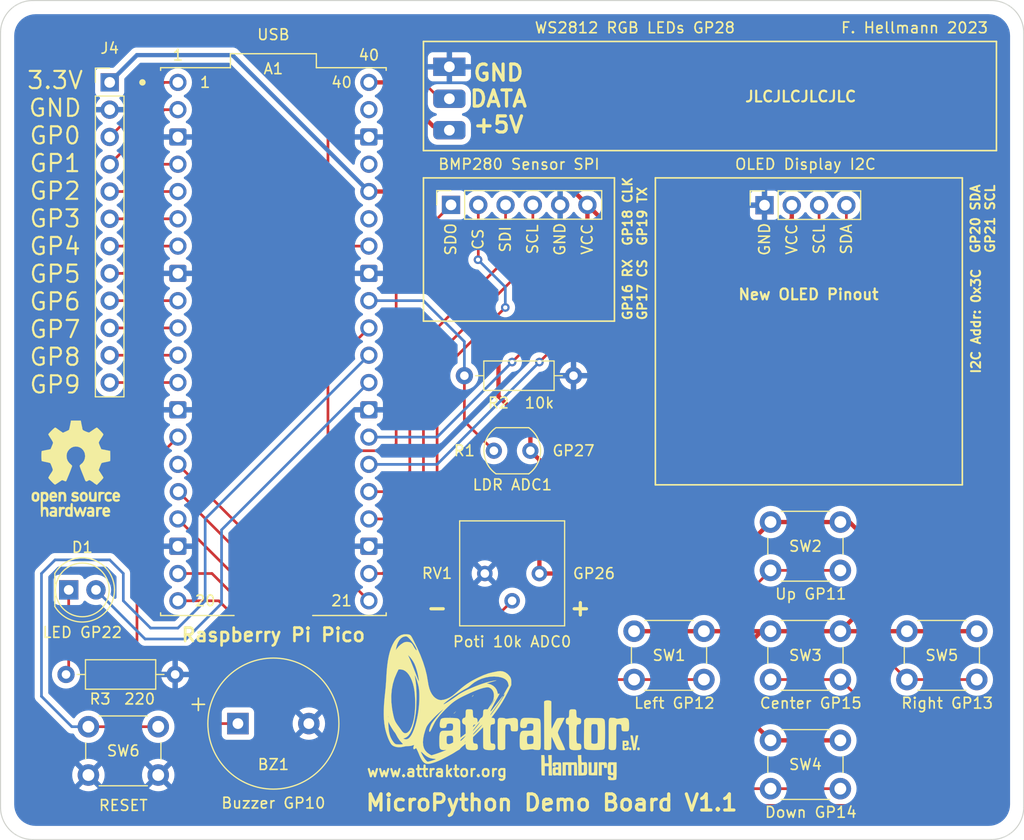
<source format=kicad_pcb>
(kicad_pcb (version 20221018) (generator pcbnew)
  (layers (0 "F.Cu" signal) (31 "B.Cu" signal) (34 "B.Paste" user) (35 "F.Paste" user) (36 "B.SilkS" user "B.Silkscreen") (37 "F.SilkS" user "F.Silkscreen") (38 "B.Mask" user) (39 "F.Mask" user) (44 "Edge.Cuts" user))
  (net 0 "")
  (net 1 "Net-(A1-GP0)")
  (net 2 "Net-(A1-GP1)")
  (net 3 "GND")
  (net 4 "Net-(A1-GP2)")
  (net 5 "Net-(A1-GP3)")
  (net 6 "Net-(A1-GP4)")
  (net 7 "Net-(A1-GP5)")
  (net 8 "Net-(A1-GP6)")
  (net 9 "Net-(A1-GP7)")
  (net 10 "Net-(A1-GP8)")
  (net 11 "Net-(A1-GP9)")
  (net 12 "Net-(A1-GP10)")
  (net 13 "/Up")
  (net 14 "/Left")
  (net 15 "/Right")
  (net 16 "/Down")
  (net 17 "/Center")
  (net 18 "/SPI RX")
  (net 19 "/SPI CLK")
  (net 20 "/SPI TX")
  (net 21 "/I2C SDA")
  (net 22 "/SPI CS")
  (net 23 "/I2C SCL")
  (net 24 "Net-(A1-GP22)")
  (net 25 "Net-(A1-RUN)")
  (net 26 "Net-(A1-GP26)")
  (net 27 "Net-(A1-GP27)")
  (net 28 "Net-(A1-GP28)")
  (net 29 "+3.3V")
  (net 30 "+5V")
  (net 34 "Net-(D1-K)")
  (footprint "Logos:attraktor" (layer "F.Cu") (at 122.555 140.97)
    (fp_text reference "G***" hide)
    (fp_text value "LOGO" hide)
  )
  (footprint "Button_Switch_THT:SW_PUSH_6mm_H7.3mm" (layer "F.Cu") (at 146.61 133.64)
    (fp_text reference "SW3")
    (fp_text value "Center GP15" (at 3.75 6.7) (layer "F.SilkS"))
    (fp_text user "${REFERENCE}" (at 3.25 2.25) (layer "F.SilkS"))
    (pad "1" thru_hole circle (at 0 0 90) (size 2 2) (drill 1.1) (layers "*.Cu" "*.Mask") (net 29 "+3.3V"))
    (pad "1" thru_hole circle (at 6.5 0 90) (size 2 2) (drill 1.1) (layers "*.Cu" "*.Mask") (net 29 "+3.3V"))
    (pad "2" thru_hole circle (at 0 4.5 90) (size 2 2) (drill 1.1) (layers "*.Cu" "*.Mask") (net 17 "/Center"))
    (pad "2" thru_hole circle (at 6.5 4.5 90) (size 2 2) (drill 1.1) (layers "*.Cu" "*.Mask") (net 17 "/Center"))
  )
  (footprint "Connector_PinSocket_2.54mm:PinSocket_1x04_P2.54mm_Vertical" (layer "F.Cu") (at 146.05 93.98 90)
    (fp_text reference "J3" hide)
    (fp_text value "OLED Display I2C" (at 3.81 3.81 180) (layer "F.SilkS"))
    (pad "1" thru_hole rect (at 0 0 90) (size 1.7 1.7) (drill 1) (layers "*.Cu" "*.Mask") (net 3 "GND"))
    (pad "2" thru_hole oval (at 0 2.54 90) (size 1.7 1.7) (drill 1) (layers "*.Cu" "*.Mask") (net 29 "+3.3V"))
    (pad "3" thru_hole oval (at 0 5.08 90) (size 1.7 1.7) (drill 1) (layers "*.Cu" "*.Mask") (net 23 "/I2C SCL"))
    (pad "4" thru_hole oval (at 0 7.62 90) (size 1.7 1.7) (drill 1) (layers "*.Cu" "*.Mask") (net 21 "/I2C SDA"))
  )
  (footprint "Button_Switch_THT:SW_PUSH_6mm_H7.3mm" (layer "F.Cu") (at 89.61 147.03 180)
    (fp_text reference "SW6")
    (fp_text value "RESET" (at 3.25 -2.83 180) (layer "F.SilkS"))
    (fp_text user "${REFERENCE}" (at 3.25 2.25) (layer "F.SilkS"))
    (pad "1" thru_hole circle (at 0 0 270) (size 2 2) (drill 1.1) (layers "*.Cu" "*.Mask") (net 3 "GND"))
    (pad "1" thru_hole circle (at 6.5 0 270) (size 2 2) (drill 1.1) (layers "*.Cu" "*.Mask") (net 3 "GND"))
    (pad "2" thru_hole circle (at 0 4.5 270) (size 2 2) (drill 1.1) (layers "*.Cu" "*.Mask") (net 25 "Net-(A1-RUN)"))
    (pad "2" thru_hole circle (at 6.5 4.5 270) (size 2 2) (drill 1.1) (layers "*.Cu" "*.Mask") (net 25 "Net-(A1-RUN)"))
  )
  (footprint "Button_Switch_THT:SW_PUSH_6mm_H7.3mm" (layer "F.Cu") (at 133.91 133.64)
    (fp_text reference "SW1")
    (fp_text value "Left GP12" (at 3.75 6.7) (layer "F.SilkS"))
    (fp_text user "${REFERENCE}" (at 3.25 2.25) (layer "F.SilkS"))
    (pad "1" thru_hole circle (at 0 0 90) (size 2 2) (drill 1.1) (layers "*.Cu" "*.Mask") (net 29 "+3.3V"))
    (pad "1" thru_hole circle (at 6.5 0 90) (size 2 2) (drill 1.1) (layers "*.Cu" "*.Mask") (net 29 "+3.3V"))
    (pad "2" thru_hole circle (at 0 4.5 90) (size 2 2) (drill 1.1) (layers "*.Cu" "*.Mask") (net 14 "/Left"))
    (pad "2" thru_hole circle (at 6.5 4.5 90) (size 2 2) (drill 1.1) (layers "*.Cu" "*.Mask") (net 14 "/Left"))
  )
  (footprint "Potentiometer_THT:Potentiometer_Bourns_3386P_Vertical" (layer "F.Cu") (at 120.015 128.27 -90)
    (fp_text reference "RV1" (at -0.015 4.445) (layer "F.SilkS"))
    (fp_text value "Poti 10k ADC0" (at 6.35 -2.54) (layer "F.SilkS"))
    (pad "1" thru_hole circle (at 0 0 270) (size 1.44 1.44) (drill 0.8) (layers "*.Cu" "*.Mask") (net 3 "GND"))
    (pad "2" thru_hole circle (at 2.54 -2.54 270) (size 1.44 1.44) (drill 0.8) (layers "*.Cu" "*.Mask") (net 26 "Net-(A1-GP26)"))
    (pad "3" thru_hole circle (at 0 -5.08 270) (size 1.44 1.44) (drill 0.8) (layers "*.Cu" "*.Mask") (net 29 "+3.3V"))
  )
  (footprint "Resistor_THT:R_Axial_DIN0207_L6.3mm_D2.5mm_P10.16mm_Horizontal" (layer "F.Cu") (at 118.11 109.855)
    (fp_text reference "R2" (at 3.175 2.54) (layer "F.SilkS"))
    (fp_text value "10k" (at 6.985 2.54) (layer "F.SilkS"))
    (pad "1" thru_hole circle (at 0 0) (size 1.6 1.6) (drill 0.8) (layers "*.Cu" "*.Mask") (net 27 "Net-(A1-GP27)"))
    (pad "2" thru_hole oval (at 10.16 0) (size 1.6 1.6) (drill 0.8) (layers "*.Cu" "*.Mask") (net 3 "GND"))
  )
  (footprint "OptoDevice:R_LDR_5.1x4.3mm_P3.4mm_Vertical" (layer "F.Cu") (at 124.255 116.84 180)
    (fp_text reference "R1" (at 6.145 0) (layer "F.SilkS"))
    (fp_text value "LDR ADC1" (at 1.675 -3.175) (layer "F.SilkS"))
    (pad "1" thru_hole circle (at 0 0 180) (size 1.5 1.5) (drill 0.8) (layers "*.Cu" "*.Mask") (net 29 "+3.3V"))
    (pad "2" thru_hole circle (at 3.4 0 180) (size 1.5 1.5) (drill 0.8) (layers "*.Cu" "*.Mask") (net 27 "Net-(A1-GP27)"))
  )
  (footprint "Button_Switch_THT:SW_PUSH_6mm_H7.3mm" (layer "F.Cu") (at 159.31 133.64)
    (fp_text reference "SW5")
    (fp_text value "Right GP13" (at 3.75 6.7) (layer "F.SilkS"))
    (fp_text user "${REFERENCE}" (at 3.25 2.25) (layer "F.SilkS"))
    (pad "1" thru_hole circle (at 0 0 90) (size 2 2) (drill 1.1) (layers "*.Cu" "*.Mask") (net 29 "+3.3V"))
    (pad "1" thru_hole circle (at 6.5 0 90) (size 2 2) (drill 1.1) (layers "*.Cu" "*.Mask") (net 29 "+3.3V"))
    (pad "2" thru_hole circle (at 0 4.5 90) (size 2 2) (drill 1.1) (layers "*.Cu" "*.Mask") (net 15 "/Right"))
    (pad "2" thru_hole circle (at 6.5 4.5 90) (size 2 2) (drill 1.1) (layers "*.Cu" "*.Mask") (net 15 "/Right"))
  )
  (footprint "Buzzer_Beeper:Buzzer_12x9.5RM7.6" (layer "F.Cu") (at 96.53 142.24)
    (fp_text reference "BZ1" (at 3.8 3.81 180) (layer "F.SilkS"))
    (fp_text value "Buzzer GP10" (at 3.8 7.4) (layer "F.SilkS"))
    (fp_text user "+" (at -3.185 -1.905) (layer "F.SilkS") (effects (font (size 1.5 1.5))))
    (pad "1" thru_hole rect (at 0.5 0) (size 2 2) (drill 1) (layers "*.Cu" "*.Mask") (net 12 "Net-(A1-GP10)"))
    (pad "2" thru_hole circle (at 7.1 0) (size 2 2) (drill 1) (layers "*.Cu" "*.Mask") (net 3 "GND"))
  )
  (footprint "LED_THT:LED_D5.0mm" (layer "F.Cu") (at 81.275 129.794)
    (fp_text reference "D1" (at 1.27 -3.96) (layer "F.SilkS"))
    (fp_text value "LED GP22" (at 1.27 3.96) (layer "F.SilkS"))
    (pad "1" thru_hole rect (at 0 0) (size 1.8 1.8) (drill 0.9) (layers "*.Cu" "*.Mask") (net 34 "Net-(D1-K)"))
    (pad "2" thru_hole circle (at 2.54 0) (size 1.8 1.8) (drill 0.9) (layers "*.Cu" "*.Mask") (net 24 "Net-(A1-GP22)"))
  )
  (footprint "Button_Switch_THT:SW_PUSH_6mm_H7.3mm" (layer "F.Cu") (at 146.61 143.8)
    (fp_text reference "SW4")
    (fp_text value "Down GP14" (at 3.75 6.7) (layer "F.SilkS"))
    (fp_text user "${REFERENCE}" (at 3.25 2.25) (layer "F.SilkS"))
    (pad "1" thru_hole circle (at 0 0 90) (size 2 2) (drill 1.1) (layers "*.Cu" "*.Mask") (net 29 "+3.3V"))
    (pad "1" thru_hole circle (at 6.5 0 90) (size 2 2) (drill 1.1) (layers "*.Cu" "*.Mask") (net 29 "+3.3V"))
    (pad "2" thru_hole circle (at 0 4.5 90) (size 2 2) (drill 1.1) (layers "*.Cu" "*.Mask") (net 16 "/Down"))
    (pad "2" thru_hole circle (at 6.5 4.5 90) (size 2 2) (drill 1.1) (layers "*.Cu" "*.Mask") (net 16 "/Down"))
  )
  (footprint "Connector_PinSocket_2.54mm:PinSocket_1x06_P2.54mm_Vertical" (layer "F.Cu") (at 116.865 93.955 90)
    (fp_text reference "J2")
    (fp_text value "BMP280 Sensor SPI" (at 3.785 6.325 180) (layer "F.SilkS"))
    (pad "1" thru_hole rect (at 0 0 90) (size 1.7 1.7) (drill 1) (layers "*.Cu" "*.Mask") (net 18 "/SPI RX"))
    (pad "2" thru_hole oval (at 0 2.54 90) (size 1.7 1.7) (drill 1) (layers "*.Cu" "*.Mask") (net 22 "/SPI CS"))
    (pad "3" thru_hole oval (at 0 5.08 90) (size 1.7 1.7) (drill 1) (layers "*.Cu" "*.Mask") (net 20 "/SPI TX"))
    (pad "4" thru_hole oval (at 0 7.62 90) (size 1.7 1.7) (drill 1) (layers "*.Cu" "*.Mask") (net 19 "/SPI CLK"))
    (pad "5" thru_hole oval (at 0 10.16 90) (size 1.7 1.7) (drill 1) (layers "*.Cu" "*.Mask") (net 3 "GND"))
    (pad "6" thru_hole oval (at 0 12.7 90) (size 1.7 1.7) (drill 1) (layers "*.Cu" "*.Mask") (net 29 "+3.3V"))
  )
  (footprint "Connector_PinHeader_2.54mm:PinHeader_1x12_P2.54mm_Vertical" (layer "F.Cu") (at 85.09 82.55)
    (fp_text reference "J4" (at 0 -3.175) (layer "F.SilkS"))
    (fp_text value "Erweiterung" hide)
    (pad "1" thru_hole rect (at 0 0) (size 1.7 1.7) (drill 1) (layers "*.Cu" "*.Mask") (net 29 "+3.3V"))
    (pad "2" thru_hole oval (at 0 2.54) (size 1.7 1.7) (drill 1) (layers "*.Cu" "*.Mask") (net 3 "GND"))
    (pad "3" thru_hole oval (at 0 5.08) (size 1.7 1.7) (drill 1) (layers "*.Cu" "*.Mask") (net 1 "Net-(A1-GP0)"))
    (pad "4" thru_hole oval (at 0 7.62) (size 1.7 1.7) (drill 1) (layers "*.Cu" "*.Mask") (net 2 "Net-(A1-GP1)"))
    (pad "5" thru_hole oval (at 0 10.16) (size 1.7 1.7) (drill 1) (layers "*.Cu" "*.Mask") (net 4 "Net-(A1-GP2)"))
    (pad "6" thru_hole oval (at 0 12.7) (size 1.7 1.7) (drill 1) (layers "*.Cu" "*.Mask") (net 5 "Net-(A1-GP3)"))
    (pad "7" thru_hole oval (at 0 15.24) (size 1.7 1.7) (drill 1) (layers "*.Cu" "*.Mask") (net 6 "Net-(A1-GP4)"))
    (pad "8" thru_hole oval (at 0 17.78) (size 1.7 1.7) (drill 1) (layers "*.Cu" "*.Mask") (net 7 "Net-(A1-GP5)"))
    (pad "9" thru_hole oval (at 0 20.32) (size 1.7 1.7) (drill 1) (layers "*.Cu" "*.Mask") (net 8 "Net-(A1-GP6)"))
    (pad "10" thru_hole oval (at 0 22.86) (size 1.7 1.7) (drill 1) (layers "*.Cu" "*.Mask") (net 9 "Net-(A1-GP7)"))
    (pad "11" thru_hole oval (at 0 25.4) (size 1.7 1.7) (drill 1) (layers "*.Cu" "*.Mask") (net 10 "Net-(A1-GP8)"))
    (pad "12" thru_hole oval (at 0 27.94) (size 1.7 1.7) (drill 1) (layers "*.Cu" "*.Mask") (net 11 "Net-(A1-GP9)"))
  )
  (footprint "footprints:Raspberry_Pi_Pico_W_SC0918" (layer "F.Cu") (at 100.33 106.68)
    (fp_text reference "A1" (at 0 -25.4) (layer "F.SilkS"))
    (fp_text value "Raspberry Pi Pico" (at 0 27.305) (layer "F.SilkS") (effects (font (size 1.25 1.25) (thickness 0.25))))
    (pad "1" thru_hole circle (at -8.89 -24.13) (size 1.6 1.6) (drill 1) (layers "*.Cu" "*.Mask") (net 1 "Net-(A1-GP0)"))
    (pad "2" thru_hole circle (at -8.89 -21.59) (size 1.6 1.6) (drill 1) (layers "*.Cu" "*.Mask") (net 2 "Net-(A1-GP1)"))
    (pad "3" thru_hole roundrect (at -8.89 -19.05) (size 1.6 1.6) (drill 1) (layers "*.Cu" "*.Mask") (roundrect_rratio 0.125) (net 3 "GND"))
    (pad "4" thru_hole circle (at -8.89 -16.51) (size 1.6 1.6) (drill 1) (layers "*.Cu" "*.Mask") (net 4 "Net-(A1-GP2)"))
    (pad "5" thru_hole circle (at -8.89 -13.97) (size 1.6 1.6) (drill 1) (layers "*.Cu" "*.Mask") (net 5 "Net-(A1-GP3)"))
    (pad "6" thru_hole circle (at -8.89 -11.43) (size 1.6 1.6) (drill 1) (layers "*.Cu" "*.Mask") (net 6 "Net-(A1-GP4)"))
    (pad "7" thru_hole circle (at -8.89 -8.89) (size 1.6 1.6) (drill 1) (layers "*.Cu" "*.Mask") (net 7 "Net-(A1-GP5)"))
    (pad "8" thru_hole roundrect (at -8.89 -6.35) (size 1.6 1.6) (drill 1) (layers "*.Cu" "*.Mask") (roundrect_rratio 0.125) (net 3 "GND"))
    (pad "9" thru_hole circle (at -8.89 -3.81) (size 1.6 1.6) (drill 1) (layers "*.Cu" "*.Mask") (net 8 "Net-(A1-GP6)"))
    (pad "10" thru_hole circle (at -8.89 -1.27) (size 1.6 1.6) (drill 1) (layers "*.Cu" "*.Mask") (net 9 "Net-(A1-GP7)"))
    (pad "11" thru_hole circle (at -8.89 1.27) (size 1.6 1.6) (drill 1) (layers "*.Cu" "*.Mask") (net 10 "Net-(A1-GP8)"))
    (pad "12" thru_hole circle (at -8.89 3.81) (size 1.6 1.6) (drill 1) (layers "*.Cu" "*.Mask") (net 11 "Net-(A1-GP9)"))
    (pad "13" thru_hole roundrect (at -8.89 6.35) (size 1.6 1.6) (drill 1) (layers "*.Cu" "*.Mask") (roundrect_rratio 0.125) (net 3 "GND"))
    (pad "14" thru_hole circle (at -8.89 8.89) (size 1.6 1.6) (drill 1) (layers "*.Cu" "*.Mask") (net 12 "Net-(A1-GP10)"))
    (pad "15" thru_hole circle (at -8.89 11.43) (size 1.6 1.6) (drill 1) (layers "*.Cu" "*.Mask") (net 13 "/Up"))
    (pad "16" thru_hole circle (at -8.848119 13.97) (size 1.6 1.6) (drill 1) (layers "*.Cu" "*.Mask") (net 14 "/Left"))
    (pad "17" thru_hole circle (at -8.89 16.51) (size 1.6 1.6) (drill 1) (layers "*.Cu" "*.Mask") (net 15 "/Right"))
    (pad "18" thru_hole roundrect (at -8.89 19.05) (size 1.6 1.6) (drill 1) (layers "*.Cu" "*.Mask") (roundrect_rratio 0.125) (net 3 "GND"))
    (pad "19" thru_hole circle (at -8.89 21.59) (size 1.6 1.6) (drill 1) (layers "*.Cu" "*.Mask") (net 16 "/Down"))
    (pad "20" thru_hole circle (at -8.89 24.13) (size 1.6 1.6) (drill 1) (layers "*.Cu" "*.Mask") (net 17 "/Center"))
    (pad "21" thru_hole circle (at 8.89 24.13) (size 1.6 1.6) (drill 1) (layers "*.Cu" "*.Mask") (net 18 "/SPI RX"))
    (pad "22" thru_hole circle (at 8.89 21.59) (size 1.6 1.6) (drill 1) (layers "*.Cu" "*.Mask") (net 22 "/SPI CS"))
    (pad "23" thru_hole roundrect (at 8.89 19.05) (size 1.6 1.6) (drill 1) (layers "*.Cu" "*.Mask") (roundrect_rratio 0.125) (net 3 "GND"))
    (pad "24" thru_hole circle (at 8.89 16.51) (size 1.6 1.6) (drill 1) (layers "*.Cu" "*.Mask") (net 19 "/SPI CLK"))
    (pad "25" thru_hole circle (at 8.89 13.97) (size 1.6 1.6) (drill 1) (layers "*.Cu" "*.Mask") (net 20 "/SPI TX"))
    (pad "26" thru_hole circle (at 8.89 11.43) (size 1.6 1.6) (drill 1) (layers "*.Cu" "*.Mask") (net 21 "/I2C SDA"))
    (pad "27" thru_hole circle (at 8.89 8.89) (size 1.6 1.6) (drill 1) (layers "*.Cu" "*.Mask") (net 23 "/I2C SCL"))
    (pad "28" thru_hole roundrect (at 8.89 6.35) (size 1.6 1.6) (drill 1) (layers "*.Cu" "*.Mask") (roundrect_rratio 0.125) (net 3 "GND"))
    (pad "29" thru_hole circle (at 8.89 3.81) (size 1.6 1.6) (drill 1) (layers "*.Cu" "*.Mask") (net 24 "Net-(A1-GP22)"))
    (pad "30" thru_hole circle (at 8.89 1.27) (size 1.6 1.6) (drill 1) (layers "*.Cu" "*.Mask") (net 25 "Net-(A1-RUN)"))
    (pad "31" thru_hole circle (at 8.89 -1.27) (size 1.6 1.6) (drill 1) (layers "*.Cu" "*.Mask") (net 26 "Net-(A1-GP26)"))
    (pad "32" thru_hole circle (at 8.89 -3.81) (size 1.6 1.6) (drill 1) (layers "*.Cu" "*.Mask") (net 27 "Net-(A1-GP27)"))
    (pad "33" thru_hole roundrect (at 8.89 -6.35) (size 1.6 1.6) (drill 1) (layers "*.Cu" "*.Mask") (roundrect_rratio 0.125) (net 3 "GND"))
    (pad "34" thru_hole circle (at 8.89 -8.89) (size 1.6 1.6) (drill 1) (layers "*.Cu" "*.Mask") (net 28 "Net-(A1-GP28)"))
    (pad "35" thru_hole circle (at 8.89 -11.43) (size 1.6 1.6) (drill 1) (layers "*.Cu" "*.Mask"))
    (pad "36" thru_hole circle (at 8.89 -13.97) (size 1.6 1.6) (drill 1) (layers "*.Cu" "*.Mask") (net 29 "+3.3V"))
    (pad "37" thru_hole circle (at 8.89 -16.51) (size 1.6 1.6) (drill 1) (layers "*.Cu" "*.Mask"))
    (pad "38" thru_hole roundrect (at 8.89 -19.05) (size 1.6 1.6) (drill 1) (layers "*.Cu" "*.Mask") (roundrect_rratio 0.125) (net 3 "GND"))
    (pad "39" thru_hole circle (at 8.89 -21.59) (size 1.6 1.6) (drill 1) (layers "*.Cu" "*.Mask"))
    (pad "40" thru_hole circle (at 8.89 -24.13) (size 1.6 1.6) (drill 1) (layers "*.Cu" "*.Mask") (net 30 "+5V"))
  )
  (footprint "Connector_PinHeader_2.54mm:PinHeader_1x03_P2.54mm_Vertical" (layer "F.Cu") (at 116.713 81.534)
    (fp_text reference "J1")
    (fp_text value "WS2812 RGB LEDs GP28" (at 17.272 -4.064) (layer "F.SilkS"))
    (pad "1" thru_hole rect (at 0 -0.434) (size 3 1.7) (drill 1) (layers "*.Cu" "*.Mask") (net 3 "GND"))
    (pad "2" thru_hole roundrect (at 0 2.54) (size 3 1.7) (drill 1) (layers "*.Cu" "*.Mask") (net 28 "Net-(A1-GP28)"))
    (pad "3" thru_hole roundrect (at 0 5.466) (size 3 1.7) (drill 1) (layers "*.Cu" "*.Mask") (net 30 "+5V"))
  )
  (footprint "Resistor_THT:R_Axial_DIN0207_L6.3mm_D2.5mm_P10.16mm_Horizontal" (layer "F.Cu") (at 81.026 137.668)
    (fp_text reference "R3" (at 3.175 2.286) (layer "F.SilkS"))
    (fp_text value "220" (at 6.858 2.286) (layer "F.SilkS"))
    (pad "1" thru_hole circle (at 0 0) (size 1.6 1.6) (drill 0.8) (layers "*.Cu" "*.Mask") (net 34 "Net-(D1-K)"))
    (pad "2" thru_hole oval (at 10.16 0) (size 1.6 1.6) (drill 0.8) (layers "*.Cu" "*.Mask") (net 3 "GND"))
  )
  (footprint "Button_Switch_THT:SW_PUSH_6mm_H7.3mm" (layer "F.Cu") (at 146.61 123.48)
    (fp_text reference "SW2")
    (fp_text value "Up GP11" (at 3.75 6.7) (layer "F.SilkS"))
    (fp_text user "${REFERENCE}" (at 3.25 2.25) (layer "F.SilkS"))
    (pad "1" thru_hole circle (at 0 0 90) (size 2 2) (drill 1.1) (layers "*.Cu" "*.Mask") (net 29 "+3.3V"))
    (pad "1" thru_hole circle (at 6.5 0 90) (size 2 2) (drill 1.1) (layers "*.Cu" "*.Mask") (net 29 "+3.3V"))
    (pad "2" thru_hole circle (at 0 4.5 90) (size 2 2) (drill 1.1) (layers "*.Cu" "*.Mask") (net 13 "/Up"))
    (pad "2" thru_hole circle (at 6.5 4.5 90) (size 2 2) (drill 1.1) (layers "*.Cu" "*.Mask") (net 13 "/Up"))
  )
  (footprint "Logos:osh_logo" (layer "F.Cu") (at 81.915 118.745)
    (fp_text reference "G***" hide)
    (fp_text value "LOGO" hide)
  )
  (gr_line (start 135.89 120.015) (end 135.89 91.44) (stroke (width 0.15)) (layer "F.SilkS"))
  (gr_line (start 167.64 88.9) (end 114.3 88.9) (stroke (width 0.15)) (layer "F.SilkS"))
  (gr_line (start 114.3 91.44) (end 114.3 104.775) (stroke (width 0.15)) (layer "F.SilkS"))
  (gr_line (start 114.3 88.9) (end 114.3 78.74) (stroke (width 0.15)) (layer "F.SilkS"))
  (gr_line (start 132.08 91.44) (end 114.3 91.44) (stroke (width 0.15)) (layer "F.SilkS"))
  (gr_line (start 167.64 78.74) (end 167.64 88.9) (stroke (width 0.15)) (layer "F.SilkS"))
  (gr_line (start 164.465 91.44) (end 164.465 120.015) (stroke (width 0.15)) (layer "F.SilkS"))
  (gr_line (start 164.465 120.015) (end 135.89 120.015) (stroke (width 0.15)) (layer "F.SilkS"))
  (gr_line (start 132.08 104.775) (end 132.08 91.44) (stroke (width 0.15)) (layer "F.SilkS"))
  (gr_line (start 135.89 91.44) (end 164.465 91.44) (stroke (width 0.15)) (layer "F.SilkS"))
  (gr_line (start 114.3 78.74) (end 167.64 78.74) (stroke (width 0.15)) (layer "F.SilkS"))
  (gr_line (start 114.3 104.775) (end 132.08 104.775) (stroke (width 0.15)) (layer "F.SilkS"))
  (gr_line (start 170.18 77.93) (end 170.18 150.035) (stroke (width 0.1)) (layer "Edge.Cuts"))
  (gr_line (start 167.18 153.035) (end 77.93 153.035) (stroke (width 0.1)) (layer "Edge.Cuts"))
  (gr_arc (start 167.18 74.93) (mid 169.30132 75.80868) (end 170.18 77.93) (stroke (width 0.1)) (layer "Edge.Cuts"))
  (gr_arc (start 77.93 153.035) (mid 75.80868 152.15632) (end 74.93 150.035) (stroke (width 0.1)) (layer "Edge.Cuts"))
  (gr_arc (start 170.18 150.035) (mid 169.30132 152.15632) (end 167.18 153.035) (stroke (width 0.1)) (layer "Edge.Cuts"))
  (gr_arc (start 74.93 77.93) (mid 75.80868 75.80868) (end 77.93 74.93) (stroke (width 0.1)) (layer "Edge.Cuts"))
  (gr_line (start 77.93 74.93) (end 167.18 74.93) (stroke (width 0.1)) (layer "Edge.Cuts"))
  (gr_line (start 74.93 150.035) (end 74.93 77.93) (stroke (width 0.1)) (layer "Edge.Cuts"))
  (gr_text "40" (at 109.22 80.01) (layer "F.SilkS") (effects (font (size 1 1))))
  (gr_text "40" (at 106.68 82.55) (layer "F.SilkS") (effects (font (size 1 1))))
  (gr_text "GP26" (at 130.175 128.27) (layer "F.SilkS") (effects (font (size 1 1))))
  (gr_text "1" (at 93.98 82.55) (layer "F.SilkS") (effects (font (size 1 1))))
  (gr_text "1" (at 91.44 80.01) (layer "F.SilkS") (effects (font (size 1 1))))
  (gr_text "21" (at 106.68 130.81) (layer "F.SilkS") (effects (font (size 1 1))))
  (gr_text "F. Hellmann 2023" (at 160.02 77.47) (layer "F.SilkS") (effects (font (size 1 1))))
  (gr_text "VCC" (at 129.54 97.155 90) (layer "F.SilkS") (effects (font (size 1 1))))
  (gr_text "SCL" (at 151.13 97.155 90) (layer "F.SilkS") (effects (font (size 1 1))))
  (gr_text "MicroPython Demo Board V1.1" (at 126.238 149.606) (layer "F.SilkS") (effects (font (size 1.5 1.5) (thickness 0.3))))
  (gr_text "GND" (at 146.05 97.155 90) (layer "F.SilkS") (effects (font (size 1 1))))
  (gr_text "SDO" (at 116.84 97.155 90) (layer "F.SilkS") (effects (font (size 1 1))))
  (gr_text "GP27" (at 128.27 116.84) (layer "F.SilkS") (effects (font (size 1 1))))
  (gr_text "CS" (at 119.38 97.155 90) (layer "F.SilkS") (effects (font (size 1 1))))
  (gr_text "GND" (at 127 97.155 90) (layer "F.SilkS") (effects (font (size 1 1))))
  (gr_text "SCL" (at 124.46 97.155 90) (layer "F.SilkS") (effects (font (size 1 1))))
  (gr_text "GP16 RX  GP18 CLK\nGP17 CS  GP19 TX\n" (at 133.985 104.775 90) (layer "F.SilkS") (effects (font (size 0.85 0.85) (thickness 0.18)) (justify left)))
  (gr_text "I2C Addr: 0x3C" (at 165.735 104.775 90) (layer "F.SilkS") (effects (font (size 0.85 0.85) (thickness 0.18))))
  (gr_text "www.attraktor.org" (at 115.57 146.685) (layer "F.SilkS") (effects (font (size 1 1) (thickness 0.2) bold)))
  (gr_text "USB" (at 100.33 78.105) (layer "F.SilkS") (effects (font (size 1 1))))
  (gr_text "VCC" (at 148.59 97.155 90) (layer "F.SilkS") (effects (font (size 1 1))))
  (gr_text "New OLED Pinout" (at 143.51 102.87) (layer "F.SilkS") (effects (font (size 1 1) (thickness 0.2) bold) (justify left bottom)))
  (gr_text "SDI" (at 121.92 97.155 90) (layer "F.SilkS") (effects (font (size 1 1))))
  (gr_text "3.3V\nGND\nGP0\nGP1\nGP2\nGP3\nGP4\nGP5\nGP6\nGP7\nGP8\nGP9" (at 80.01 96.52) (layer "F.SilkS") (effects (font (size 1.6 1.6) (thickness 0.2))))
  (gr_text "JLCJLCJLCJLC" (at 144.145 84.455) (layer "F.SilkS") (effects (font (size 1 1) (thickness 0.2) bold) (justify left bottom)))
  (gr_text "-" (at 115.57 131.445) (layer "F.SilkS") (effects (font (size 1.5 1.5) (thickness 0.3) bold)))
  (gr_text "GND\nDATA\n+5V" (at 121.285 84.074) (layer "F.SilkS") (effects (font (size 1.5 1.5) (thickness 0.3))))
  (gr_text "+" (at 128.905 131.445) (layer "F.SilkS") (effects (font (size 1.5 1.5) (thickness 0.3) bold)))
  (gr_text "GP20 SDA\nGP21 SCL" (at 166.37 95.25 90) (layer "F.SilkS") (effects (font (size 0.85 0.85) (thickness 0.18))))
  (gr_text "20" (at 93.98 130.81) (layer "F.SilkS") (effects (font (size 1 1))))
  (gr_text "SDA" (at 153.67 97.155 90) (layer "F.SilkS") (effects (font (size 1 1))))
  (segment (start 85.09 87.63) (end 90.17 82.55) (width 0.25) (layer "F.Cu") (net 1))
  (segment (start 90.17 82.55) (end 91.44 82.55) (width 0.25) (layer "F.Cu") (net 1))
  (segment (start 90.17 85.09) (end 91.44 85.09) (width 0.25) (layer "F.Cu") (net 2))
  (segment (start 85.09 90.17) (end 90.17 85.09) (width 0.25) (layer "F.Cu") (net 2))
  (segment (start 88.9 90.17) (end 91.44 90.17) (width 0.25) (layer "F.Cu") (net 4))
  (segment (start 86.36 92.71) (end 88.9 90.17) (width 0.25) (layer "F.Cu") (net 4))
  (segment (start 85.09 92.71) (end 86.36 92.71) (width 0.25) (layer "F.Cu") (net 4))
  (segment (start 85.09 95.25) (end 86.36 95.25) (width 0.25) (layer "F.Cu") (net 5))
  (segment (start 86.36 95.25) (end 88.9 92.71) (width 0.25) (layer "F.Cu") (net 5))
  (segment (start 88.9 92.71) (end 91.44 92.71) (width 0.25) (layer "F.Cu") (net 5))
  (segment (start 86.36 97.79) (end 88.9 95.25) (width 0.25) (layer "F.Cu") (net 6))
  (segment (start 85.09 97.79) (end 86.36 97.79) (width 0.25) (layer "F.Cu") (net 6))
  (segment (start 88.9 95.25) (end 91.44 95.25) (width 0.25) (layer "F.Cu") (net 6))
  (segment (start 85.09 100.33) (end 86.36 100.33) (width 0.25) (layer "F.Cu") (net 7))
  (segment (start 88.9 97.79) (end 91.44 97.79) (width 0.25) (layer "F.Cu") (net 7))
  (segment (start 86.36 100.33) (end 88.9 97.79) (width 0.25) (layer "F.Cu") (net 7))
  (segment (start 85.09 102.87) (end 91.44 102.87) (width 0.25) (layer "F.Cu") (net 8))
  (segment (start 85.09 105.41) (end 91.44 105.41) (width 0.25) (layer "F.Cu") (net 9))
  (segment (start 85.09 107.95) (end 91.44 107.95) (width 0.25) (layer "F.Cu") (net 10))
  (segment (start 85.09 110.49) (end 91.44 110.49) (width 0.25) (layer "F.Cu") (net 11))
  (segment (start 87.63 137.16) (end 87.63 119.38) (width 0.25) (layer "F.Cu") (net 12))
  (segment (start 87.63 119.38) (end 91.44 115.57) (width 0.25) (layer "F.Cu") (net 12))
  (segment (start 92.71 142.24) (end 87.63 137.16) (width 0.25) (layer "F.Cu") (net 12))
  (segment (start 97.03 142.24) (end 92.71 142.24) (width 0.25) (layer "F.Cu") (net 12))
  (segment (start 92.075 118.11) (end 91.44 118.11) (width 0.25) (layer "F.Cu") (net 13))
  (segment (start 133.35 130.175) (end 127.635 135.89) (width 0.25) (layer "F.Cu") (net 13))
  (segment (start 146.61 127.98) (end 153.11 127.98) (width 0.25) (layer "F.Cu") (net 13))
  (segment (start 109.22 135.89) (end 91.44 118.11) (width 0.25) (layer "F.Cu") (net 13))
  (segment (start 127.635 135.89) (end 109.22 135.89) (width 0.25) (layer "F.Cu") (net 13))
  (segment (start 144.415 130.175) (end 133.35 130.175) (width 0.25) (layer "F.Cu") (net 13))
  (segment (start 146.61 127.98) (end 144.415 130.175) (width 0.25) (layer "F.Cu") (net 13))
  (segment (start 140.41 138.14) (end 133.91 138.14) (width 0.25) (layer "F.Cu") (net 14))
  (segment (start 108.971881 138.14) (end 91.481881 120.65) (width 0.25) (layer "F.Cu") (net 14))
  (segment (start 133.91 138.14) (end 108.971881 138.14) (width 0.25) (layer "F.Cu") (net 14))
  (segment (start 119.38 146.05) (end 114.3 146.05) (width 0.25) (layer "F.Cu") (net 15))
  (segment (start 153.67 146.05) (end 154.94 144.78) (width 0.25) (layer "F.Cu") (net 15))
  (segment (start 159.31 138.14) (end 165.81 138.14) (width 0.25) (layer "F.Cu") (net 15))
  (segment (start 144.78 139.7) (end 144.78 137.16) (width 0.25) (layer "F.Cu") (net 15))
  (segment (start 144.78 137.16) (end 146.05 135.89) (width 0.25) (layer "F.Cu") (net 15))
  (segment (start 153.67 140.97) (end 146.05 140.97) (width 0.25) (layer "F.Cu") (net 15))
  (segment (start 146.05 140.97) (end 144.78 139.7) (width 0.25) (layer "F.Cu") (net 15))
  (segment (start 119.38 146.05) (end 153.67 146.05) (width 0.25) (layer "F.Cu") (net 15))
  (segment (start 114.3 146.05) (end 91.44 123.19) (width 0.25) (layer "F.Cu") (net 15))
  (segment (start 154.94 144.78) (end 154.94 142.24) (width 0.25) (layer "F.Cu") (net 15))
  (segment (start 157.06 135.89) (end 159.31 138.14) (width 0.25) (layer "F.Cu") (net 15))
  (segment (start 154.94 142.24) (end 153.67 140.97) (width 0.25) (layer "F.Cu") (net 15))
  (segment (start 146.05 135.89) (end 157.06 135.89) (width 0.25) (layer "F.Cu") (net 15))
  (segment (start 146.61 148.3) (end 153.11 148.3) (width 0.25) (layer "F.Cu") (net 16))
  (segment (start 114.645 148.3) (end 94.615 128.27) (width 0.25) (layer "F.Cu") (net 16))
  (segment (start 94.615 128.27) (end 91.44 128.27) (width 0.25) (layer "F.Cu") (net 16))
  (segment (start 146.61 148.3) (end 114.645 148.3) (width 0.25) (layer "F.Cu") (net 16))
  (segment (start 154.305 149.86) (end 156.21 147.955) (width 0.25) (layer "F.Cu") (net 17))
  (segment (start 153.11 138.14) (end 156.21 141.24) (width 0.25) (layer "F.Cu") (net 17))
  (segment (start 146.61 138.14) (end 153.11 138.14) (width 0.25) (layer "F.Cu") (net 17))
  (segment (start 156.21 141.24) (end 156.21 147.955) (width 0.25) (layer "F.Cu") (net 17))
  (segment (start 114.3 149.86) (end 154.305 149.86) (width 0.25) (layer "F.Cu") (net 17))
  (segment (start 91.44 130.81) (end 95.25 130.81) (width 0.25) (layer "F.Cu") (net 17))
  (segment (start 95.25 130.81) (end 114.3 149.86) (width 0.25) (layer "F.Cu") (net 17))
  (segment (start 107.315 128.905) (end 107.315 117.475) (width 0.25) (layer "F.Cu") (net 18))
  (segment (start 107.95 116.84) (end 111.125 116.84) (width 0.25) (layer "F.Cu") (net 18))
  (segment (start 111.76 116.205) (end 111.76 99.06) (width 0.25) (layer "F.Cu") (net 18))
  (segment (start 107.315 117.475) (end 107.95 116.84) (width 0.25) (layer "F.Cu") (net 18))
  (segment (start 111.76 99.06) (end 116.865 93.955) (width 0.25) (layer "F.Cu") (net 18))
  (segment (start 111.125 116.84) (end 111.76 116.205) (width 0.25) (layer "F.Cu") (net 18))
  (segment (start 109.22 130.81) (end 107.315 128.905) (width 0.25) (layer "F.Cu") (net 18))
  (segment (start 124.46 98.425) (end 124.485 98.4) (width 0.25) (layer "F.Cu") (net 19))
  (segment (start 109.22 123.19) (end 111.76 123.19) (width 0.25) (layer "F.Cu") (net 19))
  (segment (start 124.46 99.06) (end 124.46 98.425) (width 0.25) (layer "F.Cu") (net 19))
  (segment (start 111.76 123.19) (end 114.3 120.65) (width 0.25) (layer "F.Cu") (net 19))
  (segment (start 124.485 98.4) (end 124.485 93.955) (width 0.25) (layer "F.Cu") (net 19))
  (segment (start 114.3 109.22) (end 124.46 99.06) (width 0.25) (layer "F.Cu") (net 19))
  (segment (start 114.3 120.65) (end 114.3 109.22) (width 0.25) (layer "F.Cu") (net 19))
  (segment (start 121.945 99.035) (end 121.945 93.955) (width 0.25) (layer "F.Cu") (net 20))
  (segment (start 113.03 118.745) (end 113.03 107.95) (width 0.25) (layer "F.Cu") (net 20))
  (segment (start 111.125 120.65) (end 113.03 118.745) (width 0.25) (layer "F.Cu") (net 20))
  (segment (start 109.22 120.65) (end 111.125 120.65) (width 0.25) (layer "F.Cu") (net 20))
  (segment (start 113.03 107.95) (end 121.945 99.035) (width 0.25) (layer "F.Cu") (net 20))
  (segment (start 153.67 97.79) (end 153.67 93.98) (width 0.25) (layer "F.Cu") (net 21))
  (segment (start 151.13 100.33) (end 153.67 97.79) (width 0.25) (layer "F.Cu") (net 21))
  (segment (start 133.35 100.33) (end 151.13 100.33) (width 0.25) (layer "F.Cu") (net 21))
  (segment (start 125.095 108.585) (end 133.35 100.33) (width 0.25) (layer "F.Cu") (net 21))
  (via (at 125.095 108.585) (size 0.8) (drill 0.4) (layers "F.Cu" "B.Cu") (net 21))
  (segment (start 109.22 118.11) (end 115.57 118.11) (width 0.25) (layer "B.Cu") (net 21))
  (segment (start 115.57 118.11) (end 125.095 108.585) (width 0.25) (layer "B.Cu") (net 21))
  (segment (start 110.49 128.27) (end 115.57 123.19) (width 0.25) (layer "F.Cu") (net 22))
  (segment (start 109.22 128.27) (end 110.49 128.27) (width 0.25) (layer "F.Cu") (net 22))
  (segment (start 119.38 99.06) (end 119.405 99.035) (width 0.25) (layer "F.Cu") (net 22))
  (segment (start 115.57 123.19) (end 115.57 109.855) (width 0.25) (layer "F.Cu") (net 22))
  (segment (start 119.405 99.035) (end 119.405 93.955) (width 0.25) (layer "F.Cu") (net 22))
  (segment (start 115.57 109.855) (end 121.92 103.505) (width 0.25) (layer "F.Cu") (net 22))
  (via (at 121.92 103.505) (size 0.8) (drill 0.4) (layers "F.Cu" "B.Cu") (net 22))
  (via (at 119.38 99.06) (size 0.8) (drill 0.4) (layers "F.Cu" "B.Cu") (net 22))
  (segment (start 121.92 103.505) (end 121.92 101.6) (width 0.25) (layer "B.Cu") (net 22))
  (segment (start 121.92 101.6) (end 119.38 99.06) (width 0.25) (layer "B.Cu") (net 22))
  (segment (start 122.555 108.585) (end 132.715 98.425) (width 0.25) (layer "F.Cu") (net 23))
  (segment (start 132.715 98.425) (end 149.86 98.425) (width 0.25) (layer "F.Cu") (net 23))
  (segment (start 151.13 97.155) (end 151.13 93.98) (width 0.25) (layer "F.Cu") (net 23))
  (segment (start 149.86 98.425) (end 151.13 97.155) (width 0.25) (layer "F.Cu") (net 23))
  (via (at 122.555 108.585) (size 0.8) (drill 0.4) (layers "F.Cu" "B.Cu") (net 23))
  (segment (start 115.57 115.57) (end 122.555 108.585) (width 0.25) (layer "B.Cu") (net 23))
  (segment (start 109.22 115.57) (end 115.57 115.57) (width 0.25) (layer "B.Cu") (net 23))
  (segment (start 88.387 134.366) (end 83.815 129.794) (width 0.25) (layer "B.Cu") (net 24))
  (segment (start 92.202 134.366) (end 88.387 134.366) (width 0.25) (layer "B.Cu") (net 24))
  (segment (start 95.504 124.206) (end 95.504 131.064) (width 0.25) (layer "B.Cu") (net 24))
  (segment (start 95.504 131.064) (end 92.202 134.366) (width 0.25) (layer "B.Cu") (net 24))
  (segment (start 109.22 110.49) (end 95.504 124.206) (width 0.25) (layer "B.Cu") (net 24))
  (segment (start 83.11 142.53) (end 89.61 142.53) (width 0.25) (layer "F.Cu") (net 25))
  (segment (start 81.57 142.53) (end 83.11 142.53) (width 0.25) (layer "B.Cu") (net 25))
  (segment (start 93.98 130.81) (end 91.44 133.35) (width 0.25) (layer "B.Cu") (net 25))
  (segment (start 93.98 123.19) (end 93.98 130.81) (width 0.25) (layer "B.Cu") (net 25))
  (segment (start 78.74 128.27) (end 78.74 139.7) (width 0.25) (layer "B.Cu") (net 25))
  (segment (start 80.01 127) (end 78.74 128.27) (width 0.25) (layer "B.Cu") (net 25))
  (segment (start 85.09 127) (end 80.01 127) (width 0.25) (layer "B.Cu") (net 25))
  (segment (start 88.9 133.35) (end 86.36 130.81) (width 0.25) (layer "B.Cu") (net 25))
  (segment (start 91.44 133.35) (end 88.9 133.35) (width 0.25) (layer "B.Cu") (net 25))
  (segment (start 86.36 128.27) (end 85.09 127) (width 0.25) (layer "B.Cu") (net 25))
  (segment (start 78.74 139.7) (end 81.57 142.53) (width 0.25) (layer "B.Cu") (net 25))
  (segment (start 86.36 130.81) (end 86.36 128.27) (width 0.25) (layer "B.Cu") (net 25))
  (segment (start 109.22 107.95) (end 93.98 123.19) (width 0.25) (layer "B.Cu") (net 25))
  (segment (start 120.65 132.715) (end 122.555 130.81) (width 0.25) (layer "F.Cu") (net 26))
  (segment (start 105.41 109.22) (end 105.41 129.54) (width 0.25) (layer "F.Cu") (net 26))
  (segment (start 108.585 132.715) (end 120.65 132.715) (width 0.25) (layer "F.Cu") (net 26))
  (segment (start 105.41 129.54) (end 108.585 132.715) (width 0.25) (layer "F.Cu") (net 26))
  (segment (start 109.22 105.41) (end 105.41 109.22) (width 0.25) (layer "F.Cu") (net 26))
  (segment (start 118.11 109.855) (end 118.11 114.095) (width 0.25) (layer "F.Cu") (net 27))
  (segment (start 118.11 114.095) (end 120.855 116.84) (width 0.25) (layer "F.Cu") (net 27))
  (segment (start 114.3 102.87) (end 118.11 106.68) (width 0.25) (layer "B.Cu") (net 27))
  (segment (start 109.22 102.87) (end 114.3 102.87) (width 0.25) (layer "B.Cu") (net 27))
  (segment (start 118.11 106.68) (end 118.11 109.855) (width 0.25) (layer "B.Cu") (net 27))
  (segment (start 111.76 80.01) (end 115.824 84.074) (width 0.25) (layer "F.Cu") (net 28))
  (segment (start 116.713 83.947) (end 116.84 83.82) (width 0.25) (layer "F.Cu") (net 28))
  (segment (start 109.22 97.79) (end 106.68 97.79) (width 0.25) (layer "F.Cu") (net 28))
  (segment (start 107.95 80.01) (end 111.76 80.01) (width 0.25) (layer "F.Cu") (net 28))
  (segment (start 116.713 84.074) (end 116.713 83.947) (width 0.25) (layer "F.Cu") (net 28))
  (segment (start 105.41 82.55) (end 107.95 80.01) (width 0.25) (layer "F.Cu") (net 28))
  (segment (start 105.41 96.52) (end 105.41 82.55) (width 0.25) (layer "F.Cu") (net 28))
  (segment (start 115.824 84.074) (end 116.713 84.074) (width 0.25) (layer "F.Cu") (net 28))
  (segment (start 106.68 97.79) (end 105.41 96.52) (width 0.25) (layer "F.Cu") (net 28))
  (segment (start 129.54 99.06) (end 129.54 95.885) (width 0.4) (layer "F.Cu") (net 29))
  (segment (start 146.61 133.64) (end 145.76 133.64) (width 0.25) (layer "F.Cu") (net 29))
  (segment (start 132.105 96.495) (end 129.565 93.955) (width 0.4) (layer "F.Cu") (net 29))
  (segment (start 146.61 123.48) (end 153.11 123.48) (width 0.4) (layer "F.Cu") (net 29))
  (segment (start 156.21 130.54) (end 156.21 125.73) (width 0.4) (layer "F.Cu") (net 29))
  (segment (start 145.76 133.64) (end 143.51 135.89) (width 0.4) (layer "F.Cu") (net 29))
  (segment (start 129.54 95.885) (end 129.565 95.86) (width 0.25) (layer "F.Cu") (net 29))
  (segment (start 140.41 133.64) (end 146.61 133.64) (width 0.4) (layer "F.Cu") (net 29))
  (segment (start 125.095 128.27) (end 141.82 128.27) (width 0.4) (layer "F.Cu") (net 29))
  (segment (start 143.51 135.89) (end 143.51 140.7) (width 0.4) (layer "F.Cu") (net 29))
  (segment (start 156.21 125.73) (end 153.96 123.48) (width 0.4) (layer "F.Cu") (net 29))
  (segment (start 143.51 140.7) (end 146.61 143.8) (width 0.4) (layer "F.Cu") (net 29))
  (segment (start 127.05 91.44) (end 129.246802 93.636802) (width 0.4) (layer "F.Cu") (net 29))
  (segment (start 109.22 92.71) (end 112.395 92.71) (width 0.4) (layer "F.Cu") (net 29))
  (segment (start 125.095 117.68) (end 124.255 116.84) (width 0.4) (layer "F.Cu") (net 29))
  (segment (start 124.255 116.84) (end 124.255 114.73) (width 0.4) (layer "F.Cu") (net 29))
  (segment (start 121.285 107.315) (end 129.54 99.06) (width 0.4) (layer "F.Cu") (net 29))
  (segment (start 148.59 95.25) (end 148.59 93.98) (width 0.4) (layer "F.Cu") (net 29))
  (segment (start 132.105 96.495) (end 147.345 96.495) (width 0.4) (layer "F.Cu") (net 29))
  (segment (start 125.095 128.27) (end 125.095 117.68) (width 0.4) (layer "F.Cu") (net 29))
  (segment (start 147.345 96.495) (end 148.59 95.25) (width 0.4) (layer "F.Cu") (net 29))
  (segment (start 146.61 143.8) (end 153.11 143.8) (width 0.4) (layer "F.Cu") (net 29))
  (segment (start 153.11 133.64) (end 156.21 130.54) (width 0.4) (layer "F.Cu") (net 29))
  (segment (start 146.61 133.64) (end 153.11 133.64) (width 0.4) (layer "F.Cu") (net 29))
  (segment (start 113.665 91.44) (end 127.05 91.44) (width 0.4) (layer "F.Cu") (net 29))
  (segment (start 141.82 128.27) (end 146.61 123.48) (width 0.4) (layer "F.Cu") (net 29))
  (segment (start 124.255 114.73) (end 121.285 111.76) (width 0.4) (layer "F.Cu") (net 29))
  (segment (start 153.96 123.48) (end 153.11 123.48) (width 0.25) (layer "F.Cu") (net 29))
  (segment (start 159.31 133.64) (end 165.81 133.64) (width 0.4) (layer "F.Cu") (net 29))
  (segment (start 130.226396 93.98) (end 129.883198 93.636802) (width 0.25) (layer "F.Cu") (net 29))
  (segment (start 153.11 133.64) (end 159.31 133.64) (width 0.4) (layer "F.Cu") (net 29))
  (segment (start 112.395 92.71) (end 113.665 91.44) (width 0.4) (layer "F.Cu") (net 29))
  (segment (start 121.285 111.76) (end 121.285 107.315) (width 0.4) (layer "F.Cu") (net 29))
  (segment (start 129.565 95.86) (end 129.565 93.955) (width 0.4) (layer "F.Cu") (net 29))
  (segment (start 133.91 133.64) (end 140.41 133.64) (width 0.4) (layer "F.Cu") (net 29))
  (segment (start 87.63 80.01) (end 85.09 82.55) (width 0.4) (layer "B.Cu") (net 29))
  (segment (start 96.52 80.01) (end 87.63 80.01) (width 0.4) (layer "B.Cu") (net 29))
  (segment (start 109.22 92.71) (end 96.52 80.01) (width 0.4) (layer "B.Cu") (net 29))
  (segment (start 111.125 82.55) (end 115.189 86.614) (width 0.4) (layer "F.Cu") (net 30))
  (segment (start 117.856 86.614) (end 116.713 86.614) (width 0.25) (layer "F.Cu") (net 30))
  (segment (start 109.22 82.55) (end 111.125 82.55) (width 0.4) (layer "F.Cu") (net 30))
  (segment (start 115.189 86.614) (end 116.713 86.614) (width 0.25) (layer "F.Cu") (net 30))
  (segment (start 81.275 129.794) (end 81.275 137.419) (width 0.25) (layer "F.Cu") (net 34))
  (segment (start 81.275 137.419) (end 81.026 137.668) (width 0.25) (layer "F.Cu") (net 34))
  (zone (net 3) (net_name "GND") (layer "B.Cu") (connect_pads (clearance 0.508)) (min_thickness 0.254) (fill yes (thermal_gap 0.508) (thermal_bridge_width 0.508) (smoothing fillet) (radius 2))
    (polygon (pts (xy 168.91 151.765) (xy 76.2 151.765) (xy 76.2 76.2) (xy 168.91 76.2)))
  )
)
</source>
